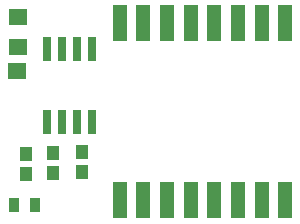
<source format=gbs>
G75*
%MOIN*%
%OFA0B0*%
%FSLAX25Y25*%
%IPPOS*%
%LPD*%
%AMOC8*
5,1,8,0,0,1.08239X$1,22.5*
%
%ADD10R,0.03550X0.05124*%
%ADD11R,0.06400X0.05400*%
%ADD12R,0.03000X0.08400*%
%ADD13R,0.04337X0.04731*%
%ADD14R,0.05124X0.12211*%
D10*
X0030559Y0008500D03*
X0037646Y0008500D03*
D11*
X0031620Y0053104D03*
X0031952Y0061147D03*
X0031928Y0071027D03*
D12*
X0041854Y0060488D03*
X0046854Y0060488D03*
X0051854Y0060488D03*
X0056854Y0060488D03*
X0056854Y0036288D03*
X0051854Y0036288D03*
X0046854Y0036288D03*
X0041854Y0036288D03*
D13*
X0053370Y0026074D03*
X0053370Y0019381D03*
X0043703Y0018997D03*
X0043703Y0025690D03*
X0034830Y0025441D03*
X0034830Y0018748D03*
D14*
X0065987Y0010013D03*
X0073861Y0010013D03*
X0081735Y0010013D03*
X0089609Y0010013D03*
X0097483Y0010013D03*
X0105357Y0010013D03*
X0113231Y0010013D03*
X0121105Y0010013D03*
X0121105Y0069068D03*
X0113231Y0069068D03*
X0105357Y0069068D03*
X0097483Y0069068D03*
X0089609Y0069068D03*
X0081735Y0069068D03*
X0073861Y0069068D03*
X0065987Y0069068D03*
M02*

</source>
